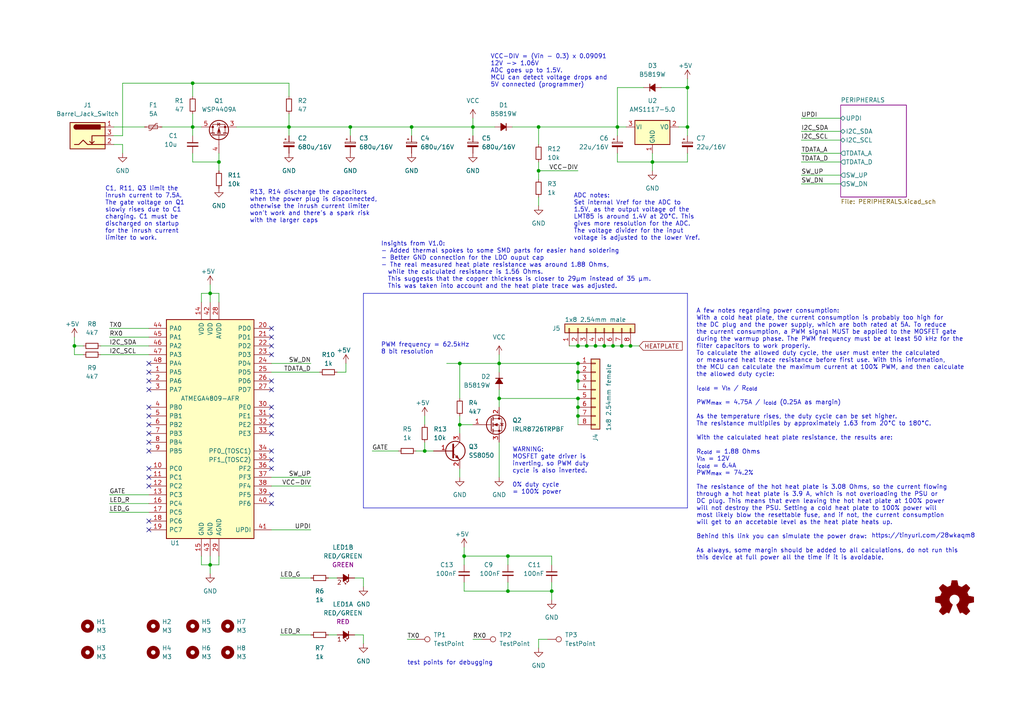
<source format=kicad_sch>
(kicad_sch (version 20230121) (generator eeschema)
  (paper "A4")
  (title_block (title "reflow solder plate") (date "2022-03-18") (rev "1.1"))
  (lib_symbols
    (symbol "ATMEGA4809-AFR:ATMEGA4809-AFR" (pin_names (offset 0.762))
      (property "Reference" "IC2" (at -10.16 -33.02 0))
      (property "Value" "ATMEGA4809-AFR" (at 0 8.89 0))
      (symbol "ATMEGA4809-AFR_0_0"
        (pin passive line (at -17.78 16.51 0) (length 5.08) (name "PA5") (number "1"))
        (pin passive line (at -17.78 -11.43 0) (length 5.08) (name "PC0") (number "10"))
        (pin passive line (at -17.78 -13.97 0) (length 5.08) (name "PC1") (number "11"))
        (pin passive line (at -17.78 -16.51 0) (length 5.08) (name "PC2") (number "12"))
        (pin passive line (at -17.78 -19.05 0) (length 5.08) (name "PC3") (number "13"))
        (pin passive line (at -2.54 36.83 270) (length 5.08) (name "VDD") (number "14"))
        (pin passive line (at -2.54 -36.83 90) (length 5.08) (name "GND") (number "15"))
        (pin passive line (at -17.78 -21.59 0) (length 5.08) (name "PC4") (number "16"))
        (pin passive line (at -17.78 -24.13 0) (length 5.08) (name "PC5") (number "17"))
        (pin passive line (at -17.78 -26.67 0) (length 5.08) (name "PC6") (number "18"))
        (pin passive line (at -17.78 -29.21 0) (length 5.08) (name "PC7") (number "19"))
        (pin passive line (at -17.78 13.97 0) (length 5.08) (name "PA6") (number "2"))
        (pin passive line (at 17.78 29.21 180) (length 5.08) (name "PD0") (number "20"))
        (pin passive line (at 17.78 26.67 180) (length 5.08) (name "PD1") (number "21"))
        (pin passive line (at 17.78 24.13 180) (length 5.08) (name "PD2") (number "22"))
        (pin passive line (at 17.78 21.59 180) (length 5.08) (name "PD3") (number "23"))
        (pin passive line (at 17.78 19.05 180) (length 5.08) (name "PD4") (number "24"))
        (pin passive line (at 17.78 16.51 180) (length 5.08) (name "PD5") (number "25"))
        (pin passive line (at 17.78 13.97 180) (length 5.08) (name "PD6") (number "26"))
        (pin passive line (at 17.78 11.43 180) (length 5.08) (name "PD7") (number "27"))
        (pin passive line (at 2.54 36.83 270) (length 5.08) (name "AVDD") (number "28"))
        (pin passive line (at 2.54 -36.83 90) (length 5.08) (name "AGND") (number "29"))
        (pin passive line (at -17.78 11.43 0) (length 5.08) (name "PA7") (number "3"))
        (pin passive line (at 17.78 6.35 180) (length 5.08) (name "PE0") (number "30"))
        (pin passive line (at 17.78 3.81 180) (length 5.08) (name "PE1") (number "31"))
        (pin passive line (at 17.78 1.27 180) (length 5.08) (name "PE2") (number "32"))
        (pin passive line (at 17.78 -1.27 180) (length 5.08) (name "PE3") (number "33"))
        (pin passive line (at 17.78 -6.35 180) (length 5.08) (name "PF0_(TOSC1)") (number "34"))
        (pin passive line (at 17.78 -8.89 180) (length 5.08) (name "PF1_(TOSC2)") (number "35"))
        (pin passive line (at 17.78 -11.43 180) (length 5.08) (name "PF2") (number "36"))
        (pin passive line (at 17.78 -13.97 180) (length 5.08) (name "PF3") (number "37"))
        (pin passive line (at 17.78 -16.51 180) (length 5.08) (name "PF4") (number "38"))
        (pin passive line (at 17.78 -19.05 180) (length 5.08) (name "PF5") (number "39"))
        (pin passive line (at -17.78 6.35 0) (length 5.08) (name "PB0") (number "4"))
        (pin passive line (at 17.78 -21.59 180) (length 5.08) (name "PF6") (number "40"))
        (pin passive line (at 17.78 -29.21 180) (length 5.08) (name "UPDI") (number "41"))
        (pin passive line (at 0 36.83 270) (length 5.08) (name "VDD") (number "42"))
        (pin passive line (at 0 -36.83 90) (length 5.08) (name "GND") (number "43"))
        (pin passive line (at -17.78 29.21 0) (length 5.08) (name "PA0") (number "44"))
        (pin passive line (at -17.78 26.67 0) (length 5.08) (name "PA1") (number "45"))
        (pin passive line (at -17.78 24.13 0) (length 5.08) (name "PA2") (number "46"))
        (pin passive line (at -17.78 21.59 0) (length 5.08) (name "PA3") (number "47"))
        (pin passive line (at -17.78 19.05 0) (length 5.08) (name "PA4") (number "48"))
        (pin passive line (at -17.78 3.81 0) (length 5.08) (name "PB1") (number "5"))
        (pin passive line (at -17.78 1.27 0) (length 5.08) (name "PB2") (number "6"))
        (pin passive line (at -17.78 -1.27 0) (length 5.08) (name "PB3") (number "7"))
        (pin passive line (at -17.78 -3.81 0) (length 5.08) (name "PB4") (number "8"))
        (pin passive line (at -17.78 -6.35 0) (length 5.08) (name "PB5") (number "9"))
      )
    )
    (symbol "Connector:Barrel_Jack_Switch" (pin_names hide)
      (property "Reference" "J" (at 0 5.334 0))
      (property "Value" "Barrel_Jack_Switch" (at 0 -5.08 0))
      (symbol "Barrel_Jack_Switch_1_1"
        (pin passive line (at 7.62 2.54 180) (length 2.54) (name "~") (number "1"))
        (pin passive line (at 7.62 -2.54 180) (length 2.54) (name "~") (number "2"))
        (pin passive line (at 7.62 0 180) (length 2.54) (name "~") (number "3"))
      )
    )
    (symbol "Connector:TestPoint" (pin_numbers hide) (pin_names (offset 0.762) hide)
      (property "Reference" "TP" (at 0 6.858 0))
      (property "Value" "TestPoint" (at 0 5.08 0))
      (symbol "TestPoint_1_1"
        (pin passive line (at 0 0 90) (length 2.54) (name "1") (number "1"))
      )
    )
    (symbol "Connector_Generic:Conn_01x08" (pin_names (offset 1.016) hide)
      (property "Reference" "J" (at 0 10.16 0))
      (property "Value" "Conn_01x08" (at 0 -12.7 0))
      (symbol "Conn_01x08_1_1"
        (pin passive line (at -5.08 7.62 0) (length 3.81) (name "Pin_1") (number "1"))
        (pin passive line (at -5.08 5.08 0) (length 3.81) (name "Pin_2") (number "2"))
        (pin passive line (at -5.08 2.54 0) (length 3.81) (name "Pin_3") (number "3"))
        (pin passive line (at -5.08 0 0) (length 3.81) (name "Pin_4") (number "4"))
        (pin passive line (at -5.08 -2.54 0) (length 3.81) (name "Pin_5") (number "5"))
        (pin passive line (at -5.08 -5.08 0) (length 3.81) (name "Pin_6") (number "6"))
        (pin passive line (at -5.08 -7.62 0) (length 3.81) (name "Pin_7") (number "7"))
        (pin passive line (at -5.08 -10.16 0) (length 3.81) (name "Pin_8") (number "8"))
      )
    )
    (symbol "Device:C_Polarized_Small" (pin_numbers hide) (pin_names (offset 0.254) hide)
      (property "Reference" "C" (at 0.254 1.778 0))
      (property "Value" "C_Polarized_Small" (at 0.254 -2.032 0))
      (symbol "C_Polarized_Small_1_1"
        (pin passive line (at 0 2.54 270) (length 1.8542) (name "~") (number "1"))
        (pin passive line (at 0 -2.54 90) (length 1.8542) (name "~") (number "2"))
      )
    )
    (symbol "Device:C_Small" (pin_numbers hide) (pin_names (offset 0.254) hide)
      (property "Reference" "C" (at 0.254 1.778 0))
      (property "Value" "C_Small" (at 0.254 -2.032 0))
      (symbol "C_Small_1_1"
        (pin passive line (at 0 2.54 270) (length 2.032) (name "~") (number "1"))
        (pin passive line (at 0 -2.54 90) (length 2.032) (name "~") (number "2"))
      )
    )
    (symbol "Device:D_Small_Filled" (pin_numbers hide) (pin_names (offset 0.254) hide)
      (property "Reference" "D" (at -1.27 2.032 0))
      (property "Value" "D_Small_Filled" (at -3.81 -2.032 0))
      (symbol "D_Small_Filled_1_1"
        (pin passive line (at -2.54 0 0) (length 1.778) (name "K") (number "1"))
        (pin passive line (at 2.54 0 180) (length 1.778) (name "A") (number "2"))
      )
    )
    (symbol "Device:Polyfuse_Small" (pin_numbers hide) (pin_names (offset 0))
      (property "Reference" "F" (at -1.905 0 90))
      (property "Value" "Polyfuse_Small" (at 1.905 0 90))
      (symbol "Polyfuse_Small_1_1"
        (pin passive line (at 0 2.54 270) (length 0.635) (name "~") (number "1"))
        (pin passive line (at 0 -2.54 90) (length 0.635) (name "~") (number "2"))
      )
    )
    (symbol "Device:Q_NMOS_GDS" (pin_names (offset 0) hide)
      (property "Reference" "Q" (at 5.08 1.27 0))
      (property "Value" "Q_NMOS_GDS" (at 5.08 -1.27 0))
      (symbol "Q_NMOS_GDS_1_1"
        (pin input line (at -5.08 0 0) (length 2.54) (name "G") (number "1"))
        (pin passive line (at 2.54 5.08 270) (length 2.54) (name "D") (number "2"))
        (pin passive line (at 2.54 -5.08 90) (length 2.54) (name "S") (number "3"))
      )
    )
    (symbol "Device:Q_NPN_BEC" (pin_names (offset 0) hide)
      (property "Reference" "Q" (at 5.08 1.27 0))
      (property "Value" "Q_NPN_BEC" (at 5.08 -1.27 0))
      (symbol "Q_NPN_BEC_1_1"
        (pin input line (at -5.08 0 0) (length 5.715) (name "B") (number "1"))
        (pin passive line (at 2.54 -5.08 90) (length 2.54) (name "E") (number "2"))
        (pin passive line (at 2.54 5.08 270) (length 2.54) (name "C") (number "3"))
      )
    )
    (symbol "Device:R_Small" (pin_numbers hide) (pin_names (offset 0.254) hide)
      (property "Reference" "R" (at 0.762 0.508 0))
      (property "Value" "R_Small" (at 0.762 -1.016 0))
      (symbol "R_Small_1_1"
        (pin passive line (at 0 2.54 270) (length 0.762) (name "~") (number "1"))
        (pin passive line (at 0 -2.54 90) (length 0.762) (name "~") (number "2"))
      )
    )
    (symbol "Graphic:Logo_Open_Hardware_Small" (pin_names (offset 1.016)))
    (symbol "LED_Dual_AKAK_Split_Small_Filled_1" (pin_numbers hide) (pin_names (offset 0.254) hide)
      (property "Reference" "LED?" (at 0.0635 6.35 0))
      (property "Value" "LED_Dual_AKAK_Split_Small_Filled_1" (at 0.0635 3.81 0))
      (symbol "LED_Dual_AKAK_Split_Small_Filled_1_1_1"
        (text "1" (at 1.905 1.27 0) (effects (font (size 1.27 1.27))))
        (pin passive line (at 2.54 0 180) (length 1.778) (name "A1") (number "1"))
        (pin passive line (at -2.54 0 0) (length 1.778) (name "K1") (number "2"))
      )
      (symbol "LED_Dual_AKAK_Split_Small_Filled_1_2_1"
        (text "2" (at 1.905 1.27 0) (effects (font (size 1.27 1.27))))
        (pin passive line (at 2.54 0 180) (length 1.778) (name "A2") (number "3"))
        (pin passive line (at -2.54 0 0) (length 1.778) (name "K2") (number "4"))
      )
    )
    (symbol "Mechanical:MountingHole" (pin_names (offset 1.016))
      (property "Reference" "H" (at 0 5.08 0))
      (property "Value" "MountingHole" (at 0 3.175 0))
    )
    (symbol "Regulator_Linear:AMS1117-5.0" (pin_names (offset 0.254))
      (property "Reference" "U" (at -3.81 3.175 0))
      (property "Value" "AMS1117-5.0" (at 0 3.175 0))
      (symbol "AMS1117-5.0_1_1"
        (pin power_in line (at 0 -7.62 90) (length 2.54) (name "GND") (number "1"))
        (pin power_out line (at 7.62 0 180) (length 2.54) (name "VO") (number "2"))
        (pin power_in line (at -7.62 0 0) (length 2.54) (name "VI") (number "3"))
      )
    )
    (symbol "User:LED_Dual_AKAK_Split_Small_Filled" (pin_numbers hide) (pin_names (offset 0.254) hide)
      (property "Reference" "LED?" (at 0.0635 6.35 0))
      (property "Value" "LED_Dual_AKAK_Split_Small_Filled" (at 0.0635 3.81 0))
      (symbol "LED_Dual_AKAK_Split_Small_Filled_1_1"
        (text "1" (at 1.905 1.27 0) (effects (font (size 1.27 1.27))))
        (pin passive line (at 2.54 0 180) (length 1.778) (name "A1") (number "1"))
        (pin passive line (at -2.54 0 0) (length 1.778) (name "K1") (number "2"))
      )
      (symbol "LED_Dual_AKAK_Split_Small_Filled_2_1"
        (text "2" (at 1.905 1.27 0) (effects (font (size 1.27 1.27))))
        (pin passive line (at 2.54 0 180) (length 1.778) (name "A2") (number "3"))
        (pin passive line (at -2.54 0 0) (length 1.778) (name "K2") (number "4"))
      )
    )
    (symbol "User:Q_PMOS_SSSGDDDD" (pin_names (offset 0) hide)
      (property "Reference" "Q" (at 5.08 1.27 0))
      (property "Value" "Q_PMOS_SSSGDDDD" (at 5.08 -1.27 0))
      (symbol "Q_PMOS_SSSGDDDD_1_1"
        (pin passive line (at 2.54 -5.08 90) (length 2.54) hide (name "S") (number "1"))
        (pin passive line (at 2.54 -5.08 90) (length 2.54) hide (name "S") (number "2"))
        (pin passive line (at 2.54 -5.08 90) (length 2.54) (name "S") (number "3"))
        (pin input line (at -5.08 0 0) (length 2.54) (name "G") (number "4"))
        (pin passive line (at 2.54 5.08 270) (length 2.54) (name "D") (number "5"))
        (pin passive line (at 2.54 5.08 270) (length 2.54) hide (name "D") (number "6"))
        (pin passive line (at 2.54 5.08 270) (length 2.54) hide (name "D") (number "7"))
        (pin passive line (at 2.54 5.08 270) (length 2.54) hide (name "D") (number "8"))
      )
    )
    (symbol "power:+5V" (power) (pin_names (offset 0))
      (property "Value" "+5V" (at 0 3.556 0))
      (symbol "+5V_1_1"
        (pin power_in line (at 0 0 90) (length 0) hide (name "+5V") (number "1"))
      )
    )
    (symbol "power:GND" (power) (pin_names (offset 0))
      (property "Value" "GND" (at 0 -3.81 0))
      (symbol "GND_1_1"
        (pin power_in line (at 0 0 270) (length 0) hide (name "GND") (number "1"))
      )
    )
    (symbol "power:VCC" (power) (pin_names (offset 0))
      (property "Value" "VCC" (at 0 3.81 0))
      (symbol "VCC_1_1"
        (pin power_in line (at 0 0 90) (length 0) hide (name "VCC") (number "1"))
      )
    )
  )
  (junction (at 60.96 163.83))
  (junction (at 179.07 36.83))
  (junction (at 167.64 115.57))
  (junction (at 83.82 36.83))
  (junction (at 167.64 120.65))
  (junction (at 167.64 107.95))
  (junction (at 21.59 100.33))
  (junction (at 167.64 110.49))
  (junction (at 55.88 36.83))
  (junction (at 134.62 161.29))
  (junction (at 199.39 36.83))
  (junction (at 189.23 46.99))
  (junction (at 101.6 36.83))
  (junction (at 123.19 130.81))
  (junction (at 147.32 171.45))
  (junction (at 160.02 171.45))
  (junction (at 119.38 36.83))
  (junction (at 177.8 100.33))
  (junction (at 180.34 100.33))
  (junction (at 133.35 105.41))
  (junction (at 63.5 46.99))
  (junction (at 182.88 100.33))
  (junction (at 137.16 36.83))
  (junction (at 175.26 100.33))
  (junction (at 167.64 118.11))
  (junction (at 147.32 161.29))
  (junction (at 172.72 100.33))
  (junction (at 199.39 25.4))
  (junction (at 156.21 49.53))
  (junction (at 167.64 105.41))
  (junction (at 144.78 115.57))
  (junction (at 55.88 24.13))
  (junction (at 144.78 105.41))
  (junction (at 60.96 85.09))
  (junction (at 167.64 100.33))
  (junction (at 133.35 123.19))
  (junction (at 156.21 36.83))
  (junction (at 170.18 100.33))
  (no_connect (at 78.74 135.89))
  (no_connect (at 78.74 113.03))
  (no_connect (at 78.74 110.49))
  (no_connect (at 78.74 102.87))
  (no_connect (at 78.74 118.11))
  (no_connect (at 78.74 130.81))
  (no_connect (at 78.74 133.35))
  (no_connect (at 78.74 125.73))
  (no_connect (at 78.74 123.19))
  (no_connect (at 78.74 120.65))
  (no_connect (at 43.18 130.81))
  (no_connect (at 43.18 135.89))
  (no_connect (at 43.18 138.43))
  (no_connect (at 43.18 140.97))
  (no_connect (at 78.74 100.33))
  (no_connect (at 78.74 97.79))
  (no_connect (at 78.74 95.25))
  (no_connect (at 43.18 151.13))
  (no_connect (at 43.18 153.67))
  (no_connect (at 78.74 146.05))
  (no_connect (at 78.74 143.51))
  (no_connect (at 43.18 105.41))
  (no_connect (at 43.18 107.95))
  (no_connect (at 43.18 113.03))
  (no_connect (at 43.18 110.49))
  (no_connect (at 43.18 118.11))
  (no_connect (at 43.18 120.65))
  (no_connect (at 43.18 123.19))
  (no_connect (at 43.18 125.73))
  (no_connect (at 43.18 128.27))
  (wire (pts (xy 232.41 40.64) (xy 243.84 40.64)))
  (wire (pts (xy 160.02 163.83) (xy 160.02 161.29)))
  (wire (pts (xy 63.5 44.45) (xy 63.5 46.99)))
  (wire (pts (xy 129.54 105.41) (xy 133.35 105.41)))
  (wire (pts (xy 60.96 85.09) (xy 58.42 85.09)))
  (wire (pts (xy 55.88 24.13) (xy 55.88 27.94)))
  (wire (pts (xy 167.64 120.65) (xy 167.64 123.19)))
  (wire (pts (xy 55.88 44.45) (xy 55.88 46.99)))
  (wire (pts (xy 167.64 115.57) (xy 167.64 118.11)))
  (wire (pts (xy 158.75 185.42) (xy 156.21 185.42)))
  (wire (pts (xy 199.39 46.99) (xy 199.39 44.45)))
  (polyline (pts (xy 105.41 85.09) (xy 105.41 147.32)))
  (wire (pts (xy 78.74 140.97) (xy 90.17 140.97)))
  (wire (pts (xy 119.38 36.83) (xy 101.6 36.83)))
  (wire (pts (xy 148.59 36.83) (xy 156.21 36.83)))
  (wire (pts (xy 58.42 36.83) (xy 55.88 36.83)))
  (wire (pts (xy 175.26 100.33) (xy 177.8 100.33)))
  (wire (pts (xy 167.64 110.49) (xy 167.64 113.03)))
  (wire (pts (xy 133.35 115.57) (xy 133.35 105.41)))
  (wire (pts (xy 31.75 95.25) (xy 43.18 95.25)))
  (wire (pts (xy 179.07 44.45) (xy 179.07 46.99)))
  (wire (pts (xy 63.5 163.83) (xy 63.5 161.29)))
  (wire (pts (xy 46.99 36.83) (xy 55.88 36.83)))
  (wire (pts (xy 160.02 171.45) (xy 160.02 168.91)))
  (wire (pts (xy 189.23 46.99) (xy 199.39 46.99)))
  (wire (pts (xy 199.39 39.37) (xy 199.39 36.83)))
  (wire (pts (xy 144.78 115.57) (xy 144.78 118.11)))
  (wire (pts (xy 43.18 143.51) (xy 31.75 143.51)))
  (wire (pts (xy 95.25 167.64) (xy 97.79 167.64)))
  (wire (pts (xy 83.82 33.02) (xy 83.82 36.83)))
  (polyline (pts (xy 105.41 147.32) (xy 199.39 147.32)))
  (wire (pts (xy 123.19 128.27) (xy 123.19 130.81)))
  (wire (pts (xy 189.23 46.99) (xy 189.23 49.53)))
  (wire (pts (xy 60.96 161.29) (xy 60.96 163.83)))
  (wire (pts (xy 63.5 46.99) (xy 63.5 49.53)))
  (wire (pts (xy 90.17 105.41) (xy 78.74 105.41)))
  (wire (pts (xy 55.88 33.02) (xy 55.88 36.83)))
  (wire (pts (xy 33.02 36.83) (xy 41.91 36.83)))
  (wire (pts (xy 83.82 36.83) (xy 101.6 36.83)))
  (wire (pts (xy 144.78 105.41) (xy 167.64 105.41)))
  (wire (pts (xy 199.39 36.83) (xy 196.85 36.83)))
  (wire (pts (xy 105.41 167.64) (xy 102.87 167.64)))
  (wire (pts (xy 133.35 120.65) (xy 133.35 123.19)))
  (wire (pts (xy 29.21 100.33) (xy 43.18 100.33)))
  (wire (pts (xy 95.25 184.15) (xy 97.79 184.15)))
  (wire (pts (xy 232.41 46.99) (xy 243.84 46.99)))
  (wire (pts (xy 105.41 170.18) (xy 105.41 167.64)))
  (wire (pts (xy 134.62 158.75) (xy 134.62 161.29)))
  (wire (pts (xy 167.64 118.11) (xy 167.64 120.65)))
  (wire (pts (xy 58.42 161.29) (xy 58.42 163.83)))
  (wire (pts (xy 133.35 123.19) (xy 133.35 125.73)))
  (wire (pts (xy 167.64 107.95) (xy 167.64 110.49)))
  (wire (pts (xy 232.41 50.8) (xy 243.84 50.8)))
  (wire (pts (xy 144.78 115.57) (xy 167.64 115.57)))
  (wire (pts (xy 179.07 25.4) (xy 179.07 36.83)))
  (wire (pts (xy 81.28 167.64) (xy 90.17 167.64)))
  (wire (pts (xy 144.78 113.03) (xy 144.78 115.57)))
  (wire (pts (xy 97.79 107.95) (xy 100.33 107.95)))
  (wire (pts (xy 100.33 105.41) (xy 100.33 107.95)))
  (wire (pts (xy 147.32 161.29) (xy 134.62 161.29)))
  (polyline (pts (xy 199.39 85.09) (xy 199.39 147.32)))
  (wire (pts (xy 29.21 102.87) (xy 43.18 102.87)))
  (wire (pts (xy 118.11 185.42) (xy 120.65 185.42)))
  (wire (pts (xy 123.19 130.81) (xy 125.73 130.81)))
  (wire (pts (xy 101.6 36.83) (xy 101.6 39.37)))
  (wire (pts (xy 232.41 38.1) (xy 243.84 38.1)))
  (wire (pts (xy 181.61 36.83) (xy 179.07 36.83)))
  (wire (pts (xy 68.58 36.83) (xy 83.82 36.83)))
  (wire (pts (xy 60.96 166.37) (xy 60.96 163.83)))
  (wire (pts (xy 133.35 135.89) (xy 133.35 138.43)))
  (wire (pts (xy 55.88 24.13) (xy 83.82 24.13)))
  (wire (pts (xy 133.35 123.19) (xy 137.16 123.19)))
  (wire (pts (xy 31.75 148.59) (xy 43.18 148.59)))
  (wire (pts (xy 21.59 100.33) (xy 21.59 102.87)))
  (wire (pts (xy 35.56 41.91) (xy 35.56 44.45)))
  (wire (pts (xy 60.96 85.09) (xy 60.96 87.63)))
  (wire (pts (xy 144.78 105.41) (xy 144.78 107.95)))
  (wire (pts (xy 191.77 25.4) (xy 199.39 25.4)))
  (wire (pts (xy 172.72 100.33) (xy 175.26 100.33)))
  (wire (pts (xy 83.82 36.83) (xy 83.82 39.37)))
  (wire (pts (xy 165.1 100.33) (xy 167.64 100.33)))
  (wire (pts (xy 105.41 184.15) (xy 105.41 186.69)))
  (wire (pts (xy 180.34 100.33) (xy 182.88 100.33)))
  (wire (pts (xy 21.59 97.79) (xy 21.59 100.33)))
  (wire (pts (xy 156.21 46.99) (xy 156.21 49.53)))
  (wire (pts (xy 35.56 24.13) (xy 35.56 39.37)))
  (wire (pts (xy 120.65 130.81) (xy 123.19 130.81)))
  (wire (pts (xy 119.38 36.83) (xy 119.38 39.37)))
  (wire (pts (xy 123.19 120.65) (xy 123.19 123.19)))
  (wire (pts (xy 189.23 44.45) (xy 189.23 46.99)))
  (wire (pts (xy 60.96 82.55) (xy 60.96 85.09)))
  (wire (pts (xy 133.35 105.41) (xy 144.78 105.41)))
  (wire (pts (xy 167.64 100.33) (xy 170.18 100.33)))
  (wire (pts (xy 63.5 87.63) (xy 63.5 85.09)))
  (wire (pts (xy 107.95 130.81) (xy 115.57 130.81)))
  (wire (pts (xy 156.21 36.83) (xy 179.07 36.83)))
  (wire (pts (xy 199.39 22.86) (xy 199.39 25.4)))
  (wire (pts (xy 137.16 34.29) (xy 137.16 36.83)))
  (wire (pts (xy 78.74 153.67) (xy 90.17 153.67)))
  (wire (pts (xy 170.18 100.33) (xy 172.72 100.33)))
  (wire (pts (xy 144.78 102.87) (xy 144.78 105.41)))
  (wire (pts (xy 137.16 185.42) (xy 139.7 185.42)))
  (wire (pts (xy 156.21 36.83) (xy 156.21 41.91)))
  (wire (pts (xy 232.41 44.45) (xy 243.84 44.45)))
  (wire (pts (xy 63.5 85.09) (xy 60.96 85.09)))
  (wire (pts (xy 134.62 168.91) (xy 134.62 171.45)))
  (wire (pts (xy 160.02 173.99) (xy 160.02 171.45)))
  (wire (pts (xy 90.17 138.43) (xy 78.74 138.43)))
  (wire (pts (xy 31.75 146.05) (xy 43.18 146.05)))
  (wire (pts (xy 179.07 46.99) (xy 189.23 46.99)))
  (wire (pts (xy 147.32 161.29) (xy 147.32 163.83)))
  (wire (pts (xy 134.62 171.45) (xy 147.32 171.45)))
  (wire (pts (xy 199.39 25.4) (xy 199.39 36.83)))
  (wire (pts (xy 83.82 24.13) (xy 83.82 27.94)))
  (wire (pts (xy 33.02 41.91) (xy 35.56 41.91)))
  (wire (pts (xy 21.59 100.33) (xy 24.13 100.33)))
  (wire (pts (xy 156.21 59.69) (xy 156.21 57.15)))
  (wire (pts (xy 156.21 49.53) (xy 156.21 52.07)))
  (wire (pts (xy 156.21 185.42) (xy 156.21 187.96)))
  (wire (pts (xy 33.02 39.37) (xy 35.56 39.37)))
  (wire (pts (xy 60.96 163.83) (xy 63.5 163.83)))
  (wire (pts (xy 137.16 36.83) (xy 143.51 36.83)))
  (wire (pts (xy 243.84 34.29) (xy 232.41 34.29)))
  (wire (pts (xy 186.69 25.4) (xy 179.07 25.4)))
  (wire (pts (xy 147.32 168.91) (xy 147.32 171.45)))
  (wire (pts (xy 102.87 184.15) (xy 105.41 184.15)))
  (wire (pts (xy 78.74 107.95) (xy 92.71 107.95)))
  (wire (pts (xy 179.07 36.83) (xy 179.07 39.37)))
  (wire (pts (xy 137.16 36.83) (xy 137.16 39.37)))
  (wire (pts (xy 35.56 24.13) (xy 55.88 24.13)))
  (wire (pts (xy 147.32 171.45) (xy 160.02 171.45)))
  (wire (pts (xy 81.28 184.15) (xy 90.17 184.15)))
  (wire (pts (xy 177.8 100.33) (xy 180.34 100.33)))
  (wire (pts (xy 182.88 100.33) (xy 185.42 100.33)))
  (wire (pts (xy 58.42 85.09) (xy 58.42 87.63)))
  (wire (pts (xy 31.75 97.79) (xy 43.18 97.79)))
  (wire (pts (xy 144.78 128.27) (xy 144.78 138.43)))
  (wire (pts (xy 24.13 102.87) (xy 21.59 102.87)))
  (wire (pts (xy 55.88 46.99) (xy 63.5 46.99)))
  (wire (pts (xy 156.21 49.53) (xy 167.64 49.53)))
  (wire (pts (xy 58.42 163.83) (xy 60.96 163.83)))
  (polyline (pts (xy 105.41 85.09) (xy 199.39 85.09)))
  (wire (pts (xy 232.41 53.34) (xy 243.84 53.34)))
  (wire (pts (xy 160.02 161.29) (xy 147.32 161.29)))
  (wire (pts (xy 137.16 36.83) (xy 119.38 36.83)))
  (wire (pts (xy 55.88 36.83) (xy 55.88 39.37)))
  (wire (pts (xy 134.62 161.29) (xy 134.62 163.83)))
  (wire (pts (xy 167.64 105.41) (xy 167.64 107.95)))
  (text "C1, R11, Q3 limit the \ninrush current to 7.5A.\nThe gate voltage on Q1\nslowly rises due to C1\ncharging. C1 must be\ndischarged on startup\nfor the inrush current\nlimiter to work." (at 30.48 69.85 0) (effects (font (size 1.27 1.27)) (justify left bottom)))
  (text "VCC-DIV = (Vin - 0.3) x 0.09091\n12V -> 1.06V\nADC goes up to 1.5V.\nMCU can detect voltage drops and\n5V connected (programmer)\n" (at 142.24 25.4 0) (effects (font (size 1.27 1.27)) (justify left bottom)))
  (text "PWM frequency = 62.5kHz\n8 bit resolution" (at 110.49 102.87 0) (effects (font (size 1.27 1.27)) (justify left bottom)))
  (text "A few notes regarding power consumption:\nWith a cold heat plate, the current consumption is probably too high for\nthe DC plug and the power supply, which are both rated at 5A. To reduce\nthe current consumption, a PWM signal MUST be applied to the MOSFET gate\nduring the warmup phase. The PWM frequency must be at least 50 kHz for the\nfilter capacitors to work properly.\nTo calculate the allowed duty cycle, the user must enter the calculated \nor measured heat trace resistance before first use. With this information,\nthe MCU can calculate the maximum current at 100% PWM, and then calculate\nthe allowed duty cycle:\n\nI_{cold} = V_{in} / R_{cold}\n\nPWM_{max} = 4.75A / I_{cold} (0.25A as margin)\n\nAs the temperature rises, the duty cycle can be set higher.\nThe resistance multiplies by approximately 1.63 from 20°C to 180°C.\n\nWith the calculated heat plate resistance, the results are:\n\nR_{cold} = 1.88 Ohms\nV_{in} = 12V\nI_{cold} = 6.4A\nPWM_{max} = 74.2%\n\nThe resistance of the hot heat plate is 3.08 Ohms, so the current flowing \nthrough a hot heat plate is 3.9 A, which is not overloading the PSU or \nDC plug. This means that even leaving the hot heat plate at 100% power \nwill not destroy the PSU. Setting a cold heat plate to 100% power will\nmost likely blow the resettable fuse, and if not, the current consumption\nwill get to an accetable level as the heat plate heats up.\n\nBehind this link you can simulate the power draw: \n\nAs always, some margin should be added to all calculations, do not run this\nthis device at full power all the time if it is avoidable." (at 201.93 162.56 0) (effects (font (size 1.27 1.27)) (justify left bottom)))
  (text "WARNING:\nMOSFET gate driver is \ninverting, so PWM duty \ncycle is also inverted.\n\n0% duty cycle \n= 100% power" (at 148.59 143.51 0) (effects (font (size 1.27 1.27)) (justify left bottom)))
  (text "R13, R14 discharge the capacitors\nwhen the power plug is disconnected,\notherwise the inrush current limiter\nwon't work and there's a spark risk\nwith the larger caps" (at 72.39 64.77 0) (effects (font (size 1.27 1.27)) (justify left bottom)))
  (text "https://tinyurl.com/28wkaqm8" (at 252.73 156.21 0) (effects (font (size 1.27 1.27)) (justify left bottom)))
  (text "test points for debugging" (at 118.11 193.04 0) (effects (font (size 1.27 1.27)) (justify left bottom)))
  (text "ADC notes:\nSet internal Vref for the ADC to \n1.5V, as the output voltage of the \nLMT85 is around 1.4V at 20°C. This \ngives more resolution for the ADC.\nThe voltage divider for the input \nvoltage is adjusted to the lower Vref." (at 166.37 69.85 0) (effects (font (size 1.27 1.27)) (justify left bottom)))
  (text "Insights from V1.0:\n- Added thermal spokes to some SMD parts for easier hand soldering\n- Better GND connection for the LDO ouput cap\n- The real measured heat plate resistance was around 1.88 Ohms,\n  while the calculated resistance is 1.56 Ohms.\n  This suggests that the copper thickness is closer to 29µm instead of 35 µm.\n  This was taken into account and the heat plate trace was adjusted." (at 110.49 83.82 0) (effects (font (size 1.27 1.27)) (justify left bottom)))
  (label "GATE" (at 107.95 130.81 0))
  (label "SW_DN" (at 232.41 53.34 0))
  (label "SW_UP" (at 90.17 138.43 180))
  (label "I2C_SCL" (at 232.41 40.64 0))
  (label "LED_G" (at 31.75 148.59 0))
  (label "TX0" (at 118.11 185.42 0))
  (label "VCC-DIV" (at 90.17 140.97 180))
  (label "TDATA_D" (at 90.17 107.95 180))
  (label "RX0" (at 137.16 185.42 0))
  (label "TX0" (at 31.75 95.25 0))
  (label "LED_G" (at 81.28 167.64 0))
  (label "UPDI" (at 232.41 34.29 0))
  (label "LED_R" (at 81.28 184.15 0))
  (label "LED_R" (at 31.75 146.05 0))
  (label "TDATA_A" (at 232.41 44.45 0))
  (label "VCC-DIV" (at 167.64 49.53 180))
  (label "GATE" (at 31.75 143.51 0))
  (label "I2C_SDA" (at 31.75 100.33 0))
  (label "RX0" (at 31.75 97.79 0))
  (label "I2C_SDA" (at 232.41 38.1 0))
  (label "I2C_SCL" (at 31.75 102.87 0))
  (label "UPDI" (at 90.17 153.67 180))
  (label "TDATA_D" (at 232.41 46.99 0))
  (label "SW_UP" (at 232.41 50.8 0))
  (label "SW_DN" (at 90.17 105.41 180))
  (global_label "HEATPLATE" (shape input) (at 185.42 100.33 0) (property "Intersheetrefs" "${INTERSHEET_REFS}" (effects hide)))
  (symbol (lib_id "power:GND") (at 105.41 170.18 0) (unit 1)
    (property "Reference" "#PWR0138" (effects hide))
    (property "Value" "GND" (at 105.41 175.26 0))
  )
  (symbol (lib_id "power:VCC") (at 144.78 102.87 0) (unit 1)
    (property "Reference" "#PWR0129" (effects hide))
    (property "Value" "VCC" (at 144.78 97.79 0))
  )
  (symbol (lib_id "Mechanical:MountingHole") (at 55.88 189.23 0) (unit 1)
    (property "Reference" "H6" (at 58.42 187.9599 0) (effects (justify left)))
    (property "Value" "M3" (at 58.42 190.4999 0) (effects (justify left)))
    (property "Footprint" "MountingHole:MountingHole_3.2mm_M3" (effects hide))
    (property "Information" "buy both parts for studs and screws" (effects hide))
    (property "LCSC Part Number" "C551332" (effects hide))
    (property "LCSC Part Number Alternative" "C357543" (effects hide))
  )
  (symbol (lib_id "Device:R_Small") (at 55.88 30.48 0) (unit 1)
    (property "Reference" "R1" (at 53.34 29.2099 0) (effects (justify right)))
    (property "Value" "47" (at 53.34 31.7499 0) (effects (justify right)))
    (property "Footprint" "Resistor_SMD:R_0805_2012Metric" (effects hide))
    (property "LCSC Part Number" "C17714" (effects hide))
    (property "LCSC Part Number Alternative" "C114541" (effects hide))
  )
  (symbol (lib_id "Mechanical:MountingHole") (at 44.45 189.23 0) (unit 1)
    (property "Reference" "H4" (at 46.99 187.9599 0) (effects (justify left)))
    (property "Value" "M3" (at 46.99 190.4999 0) (effects (justify left)))
    (property "Footprint" "MountingHole:MountingHole_3.2mm_M3" (effects hide))
    (property "Information" "buy both parts for studs and screws" (effects hide))
    (property "LCSC Part Number" "C551332" (effects hide))
    (property "LCSC Part Number Alternative" "C357543" (effects hide))
  )
  (symbol (lib_id "Device:C_Small") (at 134.62 166.37 0) (unit 1)
    (property "Reference" "C13" (at 127.635 163.83 0) (effects (justify left)))
    (property "Value" "100nF" (at 126.365 166.37 0) (effects (justify left)))
    (property "Footprint" "Capacitor_SMD:C_0805_2012Metric" (effects hide))
    (property "Information" "X7R" (effects hide))
    (property "LCSC Part Number" "C1711" (effects hide))
    (property "LCSC Part Number Alternative" "C49678" (effects hide))
  )
  (symbol (lib_id "Connector_Generic:Conn_01x08") (at 172.72 95.25 90) (unit 1)
    (property "Reference" "J5" (at 162.56 95.25 90) (effects (justify left)))
    (property "Value" "1x8 2.54mm male" (at 181.61 92.71 90) (effects (justify left)))
    (property "Footprint" "Connector_PinHeader_2.54mm:PinHeader_1x08_P2.54mm_Horizontal" (effects hide))
    (property "LCSC Part Number" "C2905427" (effects hide))
  )
  (symbol (lib_id "power:GND") (at 83.82 44.45 0) (unit 1)
    (property "Reference" "#PWR0105" (effects hide))
    (property "Value" "GND" (at 83.82 49.53 0))
  )
  (symbol (lib_id "Device:R_Small") (at 95.25 107.95 90) (unit 1)
    (property "Reference" "R10" (at 95.25 102.87 90))
    (property "Value" "1k" (at 95.25 105.41 90))
    (property "Footprint" "Resistor_SMD:R_0805_2012Metric" (effects hide))
    (property "LCSC Part Number" "C17673" (effects hide))
    (property "LCSC Part Number Alternative" "C105427" (effects hide))
  )
  (symbol (lib_id "power:GND") (at 105.41 186.69 0) (unit 1)
    (property "Reference" "#PWR0137" (effects hide))
    (property "Value" "GND" (at 105.41 191.77 0))
  )
  (symbol (lib_id "power:GND") (at 137.16 44.45 0) (unit 1)
    (property "Reference" "#PWR0108" (effects hide))
    (property "Value" "GND" (at 137.16 49.53 0))
  )
  (symbol (lib_id "Device:C_Small") (at 55.88 41.91 0) (unit 1)
    (property "Reference" "C1" (at 48.895 39.37 0) (effects (justify left)))
    (property "Value" "10u" (at 47.625 41.91 0) (effects (justify left)))
    (property "Footprint" "Capacitor_SMD:C_0805_2012Metric" (effects hide))
    (property "Information" "X5R or higher" (effects hide))
    (property "LCSC Part Number" "C2922480" (effects hide))
    (property "LCSC Part Number Alternative" "C84416" (effects hide))
  )
  (symbol (lib_id "power:GND") (at 156.21 59.69 0) (unit 1)
    (property "Reference" "#PWR0110" (effects hide))
    (property "Value" "GND" (at 156.21 64.77 0))
  )
  (symbol (lib_id "Device:C_Polarized_Small") (at 119.38 41.91 0) (unit 1)
    (property "Reference" "C4" (at 121.92 40.0938 0) (effects (justify left)))
    (property "Value" "680u/16V" (at 121.92 42.6338 0) (effects (justify left)))
    (property "Footprint" "Capacitor_THT:CP_Radial_D8.0mm_P3.50mm" (effects hide))
    (property "Information" "ripple current > 1A" (effects hide))
    (property "LCSC Part Number" "C88760" (effects hide))
    (property "LCSC Part Number Alternative" "C124221" (effects hide))
  )
  (symbol (lib_name "LED_Dual_AKAK_Split_Small_Filled_1") (lib_id "User:LED_Dual_AKAK_Split_Small_Filled") (at 100.33 167.64 180) (unit 2)
    (property "Reference" "LED1" (at 99.4799 158.75 0))
    (property "Value" "RED/GREEN" (at 99.4799 161.29 0))
    (property "Footprint" "LED_SMD:LED_Avago_PLCC4_3.2x2.8mm_CW" (effects hide))
    (property "COLOR" "GREEN" (at 99.4799 163.83 0))
    (property "LCSC Part Number" "C131251" (effects hide))
    (property "LCSC Part Number Alternative" "C601677" (effects hide))
  )
  (symbol (lib_id "User:Q_PMOS_SSSGDDDD") (at 63.5 39.37 90) (unit 1)
    (property "Reference" "Q1" (at 63.5 29.21 90))
    (property "Value" "WSP4409A" (at 63.5 31.75 90))
    (property "Footprint" "Package_SO:SOIC-8_3.9x4.9mm_P1.27mm" (effects hide))
    (property "Information" "PMOS, 30V, 15A, Rds(on) < 10mOhms" (effects hide))
    (property "LCSC Part Number" "C2880527" (effects hide))
    (property "LCSC Part Number Alternative" "C54807" (effects hide))
  )
  (symbol (lib_id "Device:R_Small") (at 156.21 44.45 0) (unit 1)
    (property "Reference" "R12" (at 158.75 43.1799 0) (effects (justify left)))
    (property "Value" "10k" (at 158.75 45.7199 0) (effects (justify left)))
    (property "Footprint" "Resistor_SMD:R_0805_2012Metric" (effects hide))
    (property "Information" "1%" (effects hide))
    (property "LCSC Part Number" "C17414" (effects hide))
    (property "LCSC Part Number Alternative" "C84376" (effects hide))
  )
  (symbol (lib_id "Device:R_Small") (at 92.71 184.15 90) (unit 1)
    (property "Reference" "R7" (at 92.71 187.96 90))
    (property "Value" "1k" (at 92.71 190.5 90))
    (property "Footprint" "Resistor_SMD:R_0805_2012Metric" (effects hide))
    (property "Information" "1%" (effects hide))
    (property "LCSC Part Number" "C17513" (effects hide))
    (property "LCSC Part Number Alternative" "C95781" (effects hide))
  )
  (symbol (lib_id "Device:C_Polarized_Small") (at 137.16 41.91 0) (unit 1)
    (property "Reference" "C5" (at 139.7 40.0938 0) (effects (justify left)))
    (property "Value" "680u/16V" (at 139.7 42.6338 0) (effects (justify left)))
    (property "Footprint" "Capacitor_THT:CP_Radial_D8.0mm_P3.50mm" (effects hide))
    (property "Information" "ripple current > 1A" (effects hide))
    (property "LCSC Part Number" "C88760" (effects hide))
    (property "LCSC Part Number Alternative" "C124221" (effects hide))
  )
  (symbol (lib_id "Device:R_Small") (at 92.71 167.64 90) (unit 1)
    (property "Reference" "R6" (at 92.71 171.45 90))
    (property "Value" "1k" (at 92.71 173.99 90))
    (property "Footprint" "Resistor_SMD:R_0805_2012Metric" (effects hide))
    (property "Information" "1%" (effects hide))
    (property "LCSC Part Number" "C17513" (effects hide))
    (property "LCSC Part Number Alternative" "C95781" (effects hide))
  )
  (symbol (lib_id "power:GND") (at 35.56 44.45 0) (unit 1)
    (property "Reference" "#PWR0103" (effects hide))
    (property "Value" "GND" (at 35.56 49.53 0))
  )
  (symbol (lib_id "power:+5V") (at 100.33 105.41 0) (unit 1)
    (property "Reference" "#PWR0120" (effects hide))
    (property "Value" "+5V" (at 99.695 101.6 0))
  )
  (symbol (lib_id "Device:C_Polarized_Small") (at 179.07 41.91 0) (unit 1)
    (property "Reference" "C6" (at 176.53 40.0938 0) (effects (justify right)))
    (property "Value" "22u/16V" (at 176.53 42.6338 0) (effects (justify right)))
    (property "Footprint" "Capacitor_SMD:CP_Elec_4x5.4" (effects hide))
    (property "Information" "ESR > 0.3 ohms" (effects hide))
    (property "LCSC Part Number" "C88799" (effects hide))
    (property "LCSC Part Number Alternative" "C59942" (effects hide))
  )
  (symbol (lib_id "Mechanical:MountingHole") (at 66.04 181.61 0) (unit 1)
    (property "Reference" "H7" (at 68.58 180.3399 0) (effects (justify left)))
    (property "Value" "M3" (at 68.58 182.8799 0) (effects (justify left)))
    (property "Footprint" "MountingHole:MountingHole_3.2mm_M3" (effects hide))
    (property "Information" "buy both parts for studs and screws" (effects hide))
    (property "LCSC Part Number" "C551332" (effects hide))
    (property "LCSC Part Number Alternative" "C357543" (effects hide))
  )
  (symbol (lib_id "Mechanical:MountingHole") (at 66.04 189.23 0) (unit 1)
    (property "Reference" "H8" (at 68.58 187.9599 0) (effects (justify left)))
    (property "Value" "M3" (at 68.58 190.4999 0) (effects (justify left)))
    (property "Footprint" "MountingHole:MountingHole_3.2mm_M3" (effects hide))
    (property "Information" "buy both parts for studs and screws" (effects hide))
    (property "LCSC Part Number" "C551332" (effects hide))
    (property "LCSC Part Number Alternative" "C357543" (effects hide))
  )
  (symbol (lib_id "Device:D_Small_Filled") (at 144.78 110.49 270) (unit 1)
    (property "Reference" "D2" (at 142.24 109.2199 90) (effects (justify right)))
    (property "Value" "B5819W" (at 142.24 111.7599 90) (effects (justify right)))
    (property "Footprint" "Diode_SMD:D_SOD-123" (effects hide))
    (property "LCSC Part Number" "C64885" (effects hide))
    (property "LCSC Part Number Alternative" "C109213" (effects hide))
  )
  (symbol (lib_id "Device:R_Small") (at 118.11 130.81 90) (unit 1)
    (property "Reference" "R5" (at 118.11 124.46 90))
    (property "Value" "1k" (at 118.11 127 90))
    (property "Footprint" "Resistor_SMD:R_0805_2012Metric" (effects hide))
    (property "Information" "1%" (effects hide))
    (property "LCSC Part Number" "C17513" (effects hide))
    (property "LCSC Part Number Alternative" "C95781" (effects hide))
  )
  (symbol (lib_id "power:GND") (at 101.6 44.45 0) (unit 1)
    (property "Reference" "#PWR0106" (effects hide))
    (property "Value" "GND" (at 101.6 49.53 0))
  )
  (symbol (lib_id "Device:R_Small") (at 156.21 54.61 0) (unit 1)
    (property "Reference" "R3" (at 158.75 53.3399 0) (effects (justify left)))
    (property "Value" "1k" (at 158.75 55.8799 0) (effects (justify left)))
    (property "Footprint" "Resistor_SMD:R_0805_2012Metric" (effects hide))
    (property "Information" "1%" (effects hide))
    (property "LCSC Part Number" "C17513" (effects hide))
    (property "LCSC Part Number Alternative" "C95781" (effects hide))
  )
  (symbol (lib_id "Device:R_Small") (at 133.35 118.11 180) (unit 1)
    (property "Reference" "R4" (at 135.89 116.8399 0) (effects (justify right)))
    (property "Value" "4k7" (at 135.89 119.3799 0) (effects (justify right)))
    (property "Footprint" "Resistor_SMD:R_0805_2012Metric" (effects hide))
    (property "LCSC Part Number" "C17673" (effects hide))
    (property "LCSC Part Number Alternative" "C105427" (effects hide))
  )
  (symbol (lib_id "User:LED_Dual_AKAK_Split_Small_Filled") (at 100.33 184.15 180) (unit 1)
    (property "Reference" "LED1" (at 99.4799 175.26 0))
    (property "Value" "RED/GREEN" (at 99.4799 177.8 0))
    (property "Footprint" "LED_SMD:LED_Avago_PLCC4_3.2x2.8mm_CW" (effects hide))
    (property "Color" "RED" (at 99.4799 180.34 0))
    (property "LCSC Part Number" "C131251" (effects hide))
    (property "LCSC Part Number Alternative" "C601677" (effects hide))
  )
  (symbol (lib_id "Connector_Generic:Conn_01x08") (at 172.72 113.03 0) (unit 1)
    (property "Reference" "J4" (at 172.72 125.73 90) (effects (justify right)))
    (property "Value" "1x8 2.54mm female" (at 176.53 105.41 90) (effects (justify right)))
    (property "Footprint" "Connector_PinSocket_2.54mm:PinSocket_1x08_P2.54mm_Horizontal" (effects hide))
    (property "LCSC Part Number" "C2932682" (effects hide))
  )
  (symbol (lib_id "Device:R_Small") (at 63.5 52.07 0) (unit 1)
    (property "Reference" "R11" (at 66.04 50.7999 0) (effects (justify left)))
    (property "Value" "10k" (at 66.04 53.3399 0) (effects (justify left)))
    (property "Footprint" "Resistor_SMD:R_0805_2012Metric" (effects hide))
    (property "Information" "1%" (effects hide))
    (property "LCSC Part Number" "C17414" (effects hide))
    (property "LCSC Part Number Alternative" "C84376" (effects hide))
  )
  (symbol (lib_id "Device:Polyfuse_Small") (at 44.45 36.83 90) (unit 1)
    (property "Reference" "F1" (at 44.45 30.48 90))
    (property "Value" "5A" (at 44.45 33.02 90))
    (property "Footprint" "Fuse:Fuse_2920_7451Metric" (effects hide))
    (property "Information" "alt part costs more, but can be assembled by JLCPCB" (effects hide))
    (property "LCSC Part Number" "C910846" (effects hide))
    (property "LCSC Part Number Alternative" "C108585" (effects hide))
  )
  (symbol (lib_id "power:+5V") (at 134.62 158.75 0) (unit 1)
    (property "Reference" "#PWR0130" (effects hide))
    (property "Value" "+5V" (at 133.985 154.94 0))
  )
  (symbol (lib_id "power:VCC") (at 137.16 34.29 0) (unit 1)
    (property "Reference" "#PWR0101" (effects hide))
    (property "Value" "VCC" (at 137.16 29.21 0))
  )
  (symbol (lib_id "Device:R_Small") (at 83.82 30.48 0) (unit 1)
    (property "Reference" "R2" (at 86.36 29.2099 0) (effects (justify left)))
    (property "Value" "47" (at 86.36 31.7499 0) (effects (justify left)))
    (property "Footprint" "Resistor_SMD:R_0805_2012Metric" (effects hide))
    (property "LCSC Part Number" "C17714" (effects hide))
    (property "LCSC Part Number Alternative" "C114541" (effects hide))
  )
  (symbol (lib_id "power:GND") (at 60.96 166.37 0) (unit 1)
    (property "Reference" "#PWR0128" (effects hide))
    (property "Value" "GND" (at 60.96 171.45 0))
  )
  (symbol (lib_id "Device:C_Polarized_Small") (at 83.82 41.91 0) (unit 1)
    (property "Reference" "C2" (at 86.36 40.0938 0) (effects (justify left)))
    (property "Value" "680u/16V" (at 86.36 42.6338 0) (effects (justify left)))
    (property "Footprint" "Capacitor_THT:CP_Radial_D8.0mm_P3.50mm" (effects hide))
    (property "Information" "ripple current > 1A" (effects hide))
    (property "LCSC Part Number" "C88760" (effects hide))
    (property "LCSC Part Number Alternative" "C124221" (effects hide))
  )
  (symbol (lib_id "Regulator_Linear:AMS1117-5.0") (at 189.23 36.83 0) (unit 1)
    (property "Reference" "U2" (at 189.23 29.21 0))
    (property "Value" "AMS1117-5.0" (at 189.23 31.75 0))
    (property "Footprint" "Package_TO_SOT_SMD:SOT-89-3" (effects hide))
    (property "LCSC Part Number" "C351450" (effects hide))
    (property "LCSC Part Number Alternative" "C126020" (effects hide))
  )
  (symbol (lib_id "Mechanical:MountingHole") (at 25.4 181.61 0) (unit 1)
    (property "Reference" "H1" (at 27.94 180.3399 0) (effects (justify left)))
    (property "Value" "M3" (at 27.94 182.8799 0) (effects (justify left)))
    (property "Footprint" "MountingHole:MountingHole_3.2mm_M3" (effects hide))
    (property "Information" "buy both parts for studs and screws" (effects hide))
    (property "LCSC Part Number" "C551332" (effects hide))
    (property "LCSC Part Number Alternative" "C357543" (effects hide))
  )
  (symbol (lib_id "Connector:TestPoint") (at 158.75 185.42 270) (unit 1)
    (property "Reference" "TP3" (at 163.83 184.1499 90) (effects (justify left)))
    (property "Value" "TestPoint" (at 163.83 186.6899 90) (effects (justify left)))
    (property "Footprint" "TestPoint:TestPoint_Pad_D1.5mm" (effects hide))
  )
  (symbol (lib_id "Device:C_Small") (at 147.32 166.37 0) (unit 1)
    (property "Reference" "C9" (at 140.335 163.83 0) (effects (justify left)))
    (property "Value" "100nF" (at 139.065 166.37 0) (effects (justify left)))
    (property "Footprint" "Capacitor_SMD:C_0805_2012Metric" (effects hide))
    (property "Information" "X7R" (effects hide))
    (property "LCSC Part Number" "C1711" (effects hide))
    (property "LCSC Part Number Alternative" "C49678" (effects hide))
  )
  (symbol (lib_id "Device:Q_NPN_BEC") (at 130.81 130.81 0) (unit 1)
    (property "Reference" "Q3" (at 135.89 129.5399 0) (effects (justify left)))
    (property "Value" "SS8050" (at 135.89 132.0799 0) (effects (justify left)))
    (property "Footprint" "Package_TO_SOT_SMD:SOT-23" (effects hide))
    (property "LCSC Part Number" "C444722" (effects hide))
    (property "LCSC Part Number Alternative" "C2150" (effects hide))
  )
  (symbol (lib_id "Connector:TestPoint") (at 139.7 185.42 270) (unit 1)
    (property "Reference" "TP2" (at 144.78 184.1499 90) (effects (justify left)))
    (property "Value" "TestPoint" (at 144.78 186.6899 90) (effects (justify left)))
    (property "Footprint" "TestPoint:TestPoint_Pad_D1.5mm" (effects hide))
  )
  (symbol (lib_id "Device:R_Small") (at 123.19 125.73 180) (unit 1)
    (property "Reference" "R13" (at 125.73 124.4599 0) (effects (justify right)))
    (property "Value" "10k" (at 125.73 126.9999 0) (effects (justify right)))
    (property "Footprint" "Resistor_SMD:R_0805_2012Metric" (effects hide))
    (property "Information" "1%" (effects hide))
    (property "LCSC Part Number" "C17414" (effects hide))
    (property "LCSC Part Number Alternative" "C84376" (effects hide))
  )
  (symbol (lib_id "Graphic:Logo_Open_Hardware_Small") (at 276.86 173.99 0) (unit 1) (in_bom no)
    (property "Reference" "LOGO1" (effects hide))
    (property "Value" "Logo_Open_Hardware_Small" (effects hide))
    (property "Footprint" "Symbol:OSHW-Logo2_7.3x6mm_SilkScreen" (effects hide))
  )
  (symbol (lib_id "power:GND") (at 133.35 138.43 0) (unit 1)
    (property "Reference" "#PWR0133" (effects hide))
    (property "Value" "GND" (at 133.35 143.51 0))
  )
  (symbol (lib_id "power:+5V") (at 123.19 120.65 0) (unit 1)
    (property "Reference" "#PWR0131" (effects hide))
    (property "Value" "+5V" (at 122.555 116.84 0))
  )
  (symbol (lib_id "power:+5V") (at 21.59 97.79 0) (unit 1)
    (property "Reference" "#PWR0112" (effects hide))
    (property "Value" "+5V" (at 20.955 93.98 0))
  )
  (symbol (lib_id "power:GND") (at 144.78 138.43 0) (unit 1)
    (property "Reference" "#PWR0134" (effects hide))
    (property "Value" "GND" (at 144.78 143.51 0))
  )
  (symbol (lib_id "power:+5V") (at 199.39 22.86 0) (unit 1)
    (property "Reference" "#PWR0102" (effects hide))
    (property "Value" "+5V" (at 198.755 19.05 0))
  )
  (symbol (lib_id "power:GND") (at 63.5 54.61 0) (unit 1)
    (property "Reference" "#PWR0143" (effects hide))
    (property "Value" "GND" (at 63.5 59.69 0))
  )
  (symbol (lib_id "Device:D_Small_Filled") (at 189.23 25.4 0) (unit 1)
    (property "Reference" "D3" (at 189.23 19.05 0))
    (property "Value" "B5819W" (at 189.23 21.59 0))
    (property "Footprint" "Diode_SMD:D_SOD-123" (effects hide))
    (property "LCSC Part Number" "C64885" (effects hide))
    (property "LCSC Part Number Alternative" "C109213" (effects hide))
  )
  (symbol (lib_id "power:+5V") (at 60.96 82.55 0) (unit 1)
    (property "Reference" "#PWR0111" (effects hide))
    (property "Value" "+5V" (at 60.325 78.74 0))
  )
  (symbol (lib_id "Connector:Barrel_Jack_Switch") (at 25.4 39.37 0) (unit 1)
    (property "Reference" "J1" (at 25.4 30.48 0))
    (property "Value" "Barrel_Jack_Switch" (at 25.4 33.02 0))
    (property "Footprint" "Connector_BarrelJack:BarrelJack_Horizontal" (effects hide))
    (property "Information" "must have 5A rating, alt part has smaller pin" (effects hide))
    (property "LCSC Part Number" "C381115" (effects hide))
    (property "LCSC Part Number Alternative" "C381116" (effects hide))
  )
  (symbol (lib_id "Device:C_Polarized_Small") (at 199.39 41.91 0) (unit 1)
    (property "Reference" "C7" (at 201.93 40.0938 0) (effects (justify left)))
    (property "Value" "22u/16V" (at 201.93 42.6338 0) (effects (justify left)))
    (property "Footprint" "Capacitor_SMD:CP_Elec_4x5.4" (effects hide))
    (property "Information" "ESR > 0.3 ohms" (effects hide))
    (property "LCSC Part Number" "C88799" (effects hide))
    (property "LCSC Part Number Alternative" "C59942" (effects hide))
  )
  (symbol (lib_id "power:GND") (at 119.38 44.45 0) (unit 1)
    (property "Reference" "#PWR0107" (effects hide))
    (property "Value" "GND" (at 119.38 49.53 0))
  )
  (symbol (lib_id "Device:C_Small") (at 160.02 166.37 0) (unit 1)
    (property "Reference" "C11" (at 153.035 163.83 0) (effects (justify left)))
    (property "Value" "100nF" (at 151.765 166.37 0) (effects (justify left)))
    (property "Footprint" "Capacitor_SMD:C_0805_2012Metric" (effects hide))
    (property "Information" "X7R" (effects hide))
    (property "LCSC Part Number" "C1711" (effects hide))
    (property "LCSC Part Number Alternative" "C49678" (effects hide))
  )
  (symbol (lib_id "Device:Q_NMOS_GDS") (at 142.24 123.19 0) (unit 1)
    (property "Reference" "Q2" (at 148.59 121.9199 0) (effects (justify left)))
    (property "Value" "IRLR8726TRPBF" (at 148.59 124.4599 0) (effects (justify left)))
    (property "Footprint" "Package_TO_SOT_SMD:TO-252-2" (effects hide))
    (property "Information" "NMOS, 30V, 60A, Rds(on) < 10mOhms" (effects hide))
    (property "LCSC Part Number" "C81137" (effects hide))
    (property "LCSC Part Number Alternative" "C108901" (effects hide))
  )
  (symbol (lib_id "Device:R_Small") (at 26.67 102.87 90) (unit 1)
    (property "Reference" "R9" (at 26.67 106.68 90))
    (property "Value" "4k7" (at 26.67 109.22 90))
    (property "Footprint" "Resistor_SMD:R_0805_2012Metric" (effects hide))
    (property "LCSC Part Number" "C17673" (effects hide))
    (property "LCSC Part Number Alternative" "C105427" (effects hide))
  )
  (symbol (lib_id "Device:C_Polarized_Small") (at 101.6 41.91 0) (unit 1)
    (property "Reference" "C3" (at 104.14 40.0938 0) (effects (justify left)))
    (property "Value" "680u/16V" (at 104.14 42.6338 0) (effects (justify left)))
    (property "Footprint" "Capacitor_THT:CP_Radial_D8.0mm_P3.50mm" (effects hide))
    (property "Information" "ripple current > 1A" (effects hide))
    (property "LCSC Part Number" "C88760" (effects hide))
    (property "LCSC Part Number Alternative" "C124221" (effects hide))
  )
  (symbol (lib_id "power:GND") (at 156.21 187.96 0) (unit 1)
    (property "Reference" "#PWR0142" (effects hide))
    (property "Value" "GND" (at 156.21 193.04 0))
  )
  (symbol (lib_id "ATMEGA4809-AFR:ATMEGA4809-AFR") (at 60.96 124.46 0) (unit 1)
    (property "Reference" "U1" (at 50.8 157.48 0))
    (property "Value" "ATMEGA4809-AFR" (at 60.96 115.57 0))
    (property "Footprint" "Package_QFP:TQFP-48_7x7mm_P0.5mm" (effects hide))
    (property "Description" "MICROCHIP - ATMEGA4809-AFR - MCU, 8BIT, ATMEGA, 20MHZ, TQFP-48" (effects hide))
    (property "Height" "1.2" (effects hide))
    (property "Manufacturer_Name" "Microchip" (effects hide))
    (property "Manufacturer_Part_Number" "ATMEGA4809-AFR" (effects hide))
    (property "Mouser Part Number" "556-ATMEGA4809-AFR" (effects hide))
    (property "Mouser Price/Stock" "https://www.mouser.co.uk/ProductDetail/Microchip-Technology-Atmel/ATMEGA4809-AFR?qs=lYGu3FyN48fyX8GjkvcD6Q%3D%3D" (effects hide))
    (property "Arrow Part Number" "ATMEGA4809-AFR" (effects hide))
    (property "Arrow Price/Stock" "https://www.arrow.com/en/products/atmega4809-afr/microchip-technology?region=nac" (effects hide))
    (property "LCSC Part Number" "C189475" (effects hide))
  )
  (symbol (lib_id "power:GND") (at 160.02 173.99 0) (unit 1)
    (property "Reference" "#PWR0132" (effects hide))
    (property "Value" "GND" (at 160.02 179.07 0))
  )
  (symbol (lib_id "Device:R_Small") (at 26.67 100.33 90) (unit 1)
    (property "Reference" "R8" (at 26.67 93.98 90))
    (property "Value" "4k7" (at 26.67 96.52 90))
    (property "Footprint" "Resistor_SMD:R_0805_2012Metric" (effects hide))
    (property "LCSC Part Number" "C17673" (effects hide))
    (property "LCSC Part Number Alternative" "C105427" (effects hide))
  )
  (symbol (lib_id "Mechanical:MountingHole") (at 44.45 181.61 0) (unit 1)
    (property "Reference" "H2" (at 46.99 180.3399 0) (effects (justify left)))
    (property "Value" "M3" (at 46.99 182.8799 0) (effects (justify left)))
    (property "Footprint" "MountingHole:MountingHole_3.2mm_M3" (effects hide))
    (property "Information" "buy both parts for studs and screws" (effects hide))
    (property "LCSC Part Number" "C551332" (effects hide))
    (property "LCSC Part Number Alternative" "C357543" (effects hide))
  )
  (symbol (lib_id "Mechanical:MountingHole") (at 55.88 181.61 0) (unit 1)
    (property "Reference" "H5" (at 58.42 180.3399 0) (effects (justify left)))
    (property "Value" "M3" (at 58.42 182.8799 0) (effects (justify left)))
    (property "Footprint" "MountingHole:MountingHole_3.2mm_M3" (effects hide))
    (property "Information" "buy both parts for studs and screws" (effects hide))
    (property "LCSC Part Number" "C551332" (effects hide))
    (property "LCSC Part Number Alternative" "C357543" (effects hide))
  )
  (symbol (lib_id "power:GND") (at 189.23 49.53 0) (unit 1)
    (property "Reference" "#PWR0109" (effects hide))
    (property "Value" "GND" (at 189.23 54.61 0))
  )
  (symbol (lib_id "Connector:TestPoint") (at 120.65 185.42 270) (unit 1)
    (property "Reference" "TP1" (at 125.73 184.1499 90) (effects (justify left)))
    (property "Value" "TestPoint" (at 125.73 186.6899 90) (effects (justify left)))
    (property "Footprint" "TestPoint:TestPoint_Pad_D1.5mm" (effects hide))
  )
  (symbol (lib_id "Mechanical:MountingHole") (at 25.4 189.23 0) (unit 1)
    (property "Reference" "H3" (at 27.94 187.9599 0) (effects (justify left)))
    (property "Value" "M3" (at 27.94 190.4999 0) (effects (justify left)))
    (property "Footprint" "MountingHole:MountingHole_3.2mm_M3" (effects hide))
    (property "Information" "buy both parts for studs and screws" (effects hide))
    (property "LCSC Part Number" "C551332" (effects hide))
    (property "LCSC Part Number Alternative" "C357543" (effects hide))
  )
  (symbol (lib_id "Device:D_Small_Filled") (at 146.05 36.83 180) (unit 1)
    (property "Reference" "D1" (at 146.05 30.48 0))
    (property "Value" "B5819W" (at 146.05 33.02 0))
    (property "Footprint" "Diode_SMD:D_SOD-123" (effects hide))
    (property "LCSC Part Number" "C64885" (effects hide))
    (property "LCSC Part Number Alternative" "C109213" (effects hide))
  )
  (sheet (at 243.84 30.48) (size 19.05 26.67) (stroke (width 0.1524) (color 132 0 132 1)) (fill (color 255 255 255 0.0000))
    (property "Sheetname" "PERIPHERALS" (at 243.84 29.7684 0) (effects (justify left bottom)))
    (property "Sheetfile" "PERIPHERALS.kicad_sch" (at 243.84 57.7346 0) (effects (justify left top)))
    (pin "I2C_SDA" bidirectional (at 243.84 38.1 180))
    (pin "I2C_SCL" bidirectional (at 243.84 40.64 180))
    (pin "TDATA_D" output (at 243.84 46.99 180))
    (pin "TDATA_A" output (at 243.84 44.45 180))
    (pin "SW_DN" output (at 243.84 53.34 180))
    (pin "SW_UP" output (at 243.84 50.8 180))
    (pin "UPDI" bidirectional (at 243.84 34.29 180))
  )
)
</source>
